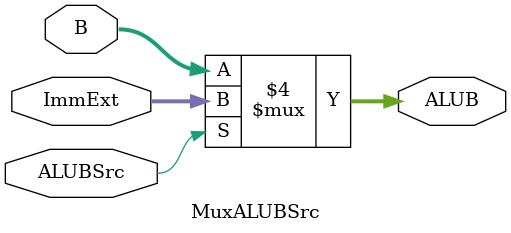
<source format=sv>
module MuxALUBSrc(
  input logic ALUBSrc,
  input logic [31:0] B,
  input logic [31:0] ImmExt,
  output logic [31:0] ALUB);
  
  always @(*)
    begin
      if (ALUBSrc == 0)
        ALUB <= B;
      else
        ALUB <= ImmExt;
    end
endmodule
</source>
